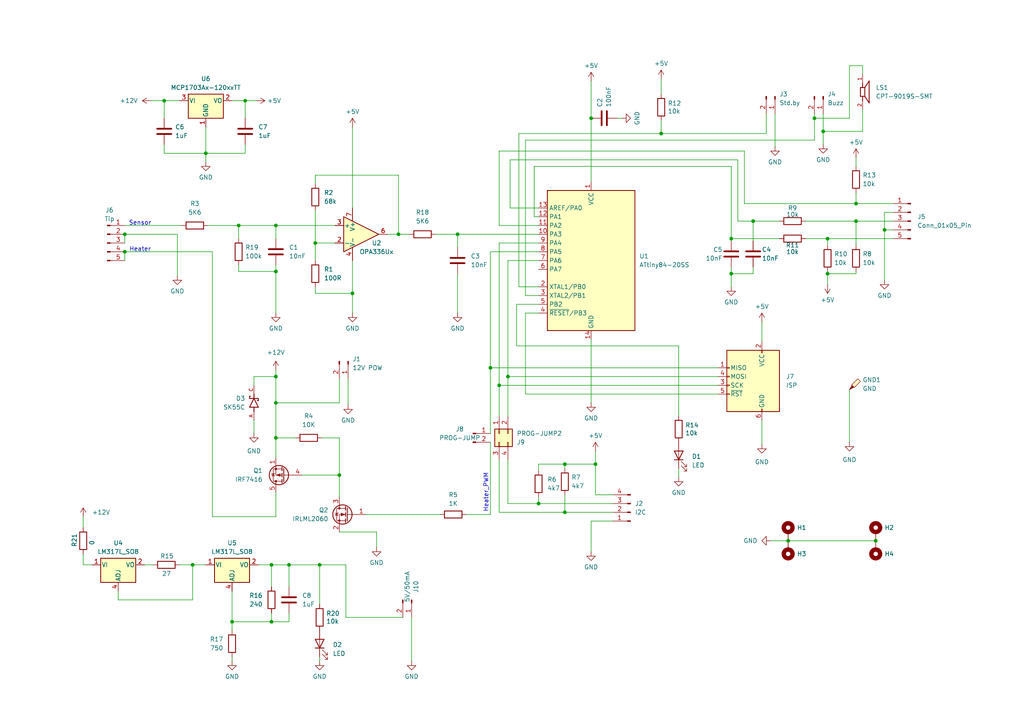
<source format=kicad_sch>
(kicad_sch (version 20231120) (generator "eeschema") (generator_version "8.0")
  (paper "A4")
  (lib_symbols
    (symbol "Amplifier_Operational:OPA336Ux" (pin_names (offset 0.127))
      (property "Reference" "U" (at 0 6.35 0))
      (property "Value" "OPA336Ux" (at 0 3.81 0))
      (symbol "OPA336Ux_1_1"
        (pin no_connect line (at -2.54 2.54 270) (length 2.54) hide (name "NC") (number "1"))
        (pin input line (at -7.62 -2.54 0) (length 2.54) (name "-") (number "2"))
        (pin input line (at -7.62 2.54 0) (length 2.54) (name "+") (number "3"))
        (pin power_in line (at -2.54 -7.62 90) (length 3.81) (name "V-") (number "4"))
        (pin no_connect line (at 0 2.54 270) (length 2.54) hide (name "NC") (number "5"))
        (pin output line (at 7.62 0 180) (length 2.54) (name "~") (number "6"))
        (pin power_in line (at -2.54 7.62 270) (length 3.81) (name "V+") (number "7"))
        (pin no_connect line (at 0 -2.54 90) (length 2.54) hide (name "NC") (number "8"))
      )
    )
    (symbol "Connector:AVR-ISP-6" (pin_names (offset 1.016))
      (property "Reference" "J" (at -6.35 11.43 0))
      (property "Value" "AVR-ISP-6" (at 0 11.43 0))
      (symbol "AVR-ISP-6_1_1"
        (pin passive line (at 10.16 5.08 180) (length 2.54) (name "MISO") (number "1"))
        (pin passive line (at -2.54 12.7 270) (length 2.54) (name "VCC") (number "2"))
        (pin passive line (at 10.16 0 180) (length 2.54) (name "SCK") (number "3"))
        (pin passive line (at 10.16 2.54 180) (length 2.54) (name "MOSI") (number "4"))
        (pin passive line (at 10.16 -2.54 180) (length 2.54) (name "~{RST}") (number "5"))
        (pin passive line (at -2.54 -10.16 90) (length 2.54) (name "GND") (number "6"))
      )
    )
    (symbol "Connector:Conn_01x02_Pin" (pin_names (offset 1.016) hide)
      (property "Reference" "J" (at 0 2.54 0))
      (property "Value" "Conn_01x02_Pin" (at 0 -5.08 0))
      (symbol "Conn_01x02_Pin_1_1"
        (pin passive line (at 5.08 0 180) (length 3.81) (name "Pin_1") (number "1"))
        (pin passive line (at 5.08 -2.54 180) (length 3.81) (name "Pin_2") (number "2"))
      )
    )
    (symbol "Connector:Conn_01x04_Pin" (pin_names (offset 1.016) hide)
      (property "Reference" "J" (at 0 5.08 0))
      (property "Value" "Conn_01x04_Pin" (at 0 -7.62 0))
      (symbol "Conn_01x04_Pin_1_1"
        (pin passive line (at 5.08 2.54 180) (length 3.81) (name "Pin_1") (number "1"))
        (pin passive line (at 5.08 0 180) (length 3.81) (name "Pin_2") (number "2"))
        (pin passive line (at 5.08 -2.54 180) (length 3.81) (name "Pin_3") (number "3"))
        (pin passive line (at 5.08 -5.08 180) (length 3.81) (name "Pin_4") (number "4"))
      )
    )
    (symbol "Connector:Conn_01x05_Pin" (pin_names (offset 1.016) hide)
      (property "Reference" "J" (at 0 7.62 0))
      (property "Value" "Conn_01x05_Pin" (at 0 -7.62 0))
      (symbol "Conn_01x05_Pin_1_1"
        (pin passive line (at 5.08 5.08 180) (length 3.81) (name "Pin_1") (number "1"))
        (pin passive line (at 5.08 2.54 180) (length 3.81) (name "Pin_2") (number "2"))
        (pin passive line (at 5.08 0 180) (length 3.81) (name "Pin_3") (number "3"))
        (pin passive line (at 5.08 -2.54 180) (length 3.81) (name "Pin_4") (number "4"))
        (pin passive line (at 5.08 -5.08 180) (length 3.81) (name "Pin_5") (number "5"))
      )
    )
    (symbol "Connector:TestPoint_Probe" (pin_numbers hide) (pin_names (offset 0.762) hide)
      (property "Reference" "TP" (at 1.651 5.842 0))
      (property "Value" "TestPoint_Probe" (at 1.651 4.064 0))
      (symbol "TestPoint_Probe_1_1"
        (pin passive line (at 0 0 90) (length 0) (name "1") (number "1"))
      )
    )
    (symbol "Connector_Generic:Conn_02x02_Top_Bottom" (pin_names (offset 1.016) hide)
      (property "Reference" "J" (at 1.27 2.54 0))
      (property "Value" "Conn_02x02_Top_Bottom" (at 1.27 -5.08 0))
      (symbol "Conn_02x02_Top_Bottom_1_1"
        (pin passive line (at -5.08 0 0) (length 3.81) (name "Pin_1") (number "1"))
        (pin passive line (at -5.08 -2.54 0) (length 3.81) (name "Pin_2") (number "2"))
        (pin passive line (at 7.62 0 180) (length 3.81) (name "Pin_3") (number "3"))
        (pin passive line (at 7.62 -2.54 180) (length 3.81) (name "Pin_4") (number "4"))
      )
    )
    (symbol "Device:C" (pin_numbers hide) (pin_names (offset 0.254))
      (property "Reference" "C" (at 0.635 2.54 0))
      (property "Value" "C" (at 0.635 -2.54 0))
      (symbol "C_1_1"
        (pin passive line (at 0 3.81 270) (length 2.794) (name "~") (number "1"))
        (pin passive line (at 0 -3.81 90) (length 2.794) (name "~") (number "2"))
      )
    )
    (symbol "Device:LED" (pin_numbers hide) (pin_names (offset 1.016) hide)
      (property "Reference" "D" (at 0 2.54 0))
      (property "Value" "LED" (at 0 -2.54 0))
      (symbol "LED_1_1"
        (pin passive line (at -3.81 0 0) (length 2.54) (name "K") (number "1"))
        (pin passive line (at 3.81 0 180) (length 2.54) (name "A") (number "2"))
      )
    )
    (symbol "Device:R" (pin_numbers hide) (pin_names (offset 0))
      (property "Reference" "R" (at 2.032 0 90))
      (property "Value" "R" (at 0 0 90))
      (symbol "R_1_1"
        (pin passive line (at 0 3.81 270) (length 1.27) (name "~") (number "1"))
        (pin passive line (at 0 -3.81 90) (length 1.27) (name "~") (number "2"))
      )
    )
    (symbol "MCU_Microchip_ATtiny:ATtiny84-20SS"
      (property "Reference" "U" (at -12.7 21.59 0))
      (property "Value" "ATtiny84-20SS" (at 2.54 -21.59 0))
      (symbol "ATtiny84-20SS_1_1"
        (pin power_in line (at 0 22.86 270) (length 2.54) (name "VCC") (number "1"))
        (pin bidirectional line (at 15.24 7.62 180) (length 2.54) (name "PA3") (number "10"))
        (pin bidirectional line (at 15.24 10.16 180) (length 2.54) (name "PA2") (number "11"))
        (pin bidirectional line (at 15.24 12.7 180) (length 2.54) (name "PA1") (number "12"))
        (pin bidirectional line (at 15.24 15.24 180) (length 2.54) (name "AREF/PA0") (number "13"))
        (pin power_in line (at 0 -22.86 90) (length 2.54) (name "GND") (number "14"))
        (pin bidirectional line (at 15.24 -7.62 180) (length 2.54) (name "XTAL1/PB0") (number "2"))
        (pin bidirectional line (at 15.24 -10.16 180) (length 2.54) (name "XTAL2/PB1") (number "3"))
        (pin bidirectional line (at 15.24 -15.24 180) (length 2.54) (name "~{RESET}/PB3") (number "4"))
        (pin bidirectional line (at 15.24 -12.7 180) (length 2.54) (name "PB2") (number "5"))
        (pin bidirectional line (at 15.24 -2.54 180) (length 2.54) (name "PA7") (number "6"))
        (pin bidirectional line (at 15.24 0 180) (length 2.54) (name "PA6") (number "7"))
        (pin bidirectional line (at 15.24 2.54 180) (length 2.54) (name "PA5") (number "8"))
        (pin bidirectional line (at 15.24 5.08 180) (length 2.54) (name "PA4") (number "9"))
      )
    )
    (symbol "Mechanical:MountingHole_Pad" (pin_numbers hide) (pin_names (offset 1.016) hide) (exclude_from_sim yes) (in_bom no)
      (property "Reference" "H" (at 0 6.35 0))
      (property "Value" "MountingHole_Pad" (at 0 4.445 0))
      (symbol "MountingHole_Pad_1_1"
        (pin input line (at 0 -2.54 90) (length 2.54) (name "1") (number "1"))
      )
    )
    (symbol "OE9SAU:CPT-9019S-SMT" (pin_names (offset 1.016))
      (property "Reference" "LS" (at -3.8155 8.9029 0))
      (property "Value" "CPT-9019S-SMT" (at -3.8151 -11.4452 0))
      (symbol "CPT-9019S-SMT_0_0"
        (pin passive line (at 0 5.08 270) (length 2.54) (name "~") (number "1"))
        (pin passive line (at 0 -5.08 90) (length 2.54) (name "~") (number "2"))
      )
    )
    (symbol "Regulator_Linear:LM317L_SO8" (pin_names (offset 0.254))
      (property "Reference" "U" (at -3.81 3.175 0))
      (property "Value" "LM317L_SO8" (at 0 3.175 0))
      (symbol "LM317L_SO8_1_1"
        (pin power_in line (at -7.62 0 0) (length 2.54) (name "VI") (number "1"))
        (pin power_out line (at 7.62 0 180) (length 2.54) (name "VO") (number "2"))
        (pin passive line (at 7.62 0 180) (length 2.54) hide (name "VO") (number "3"))
        (pin input line (at 0 -7.62 90) (length 2.54) (name "ADJ") (number "4"))
        (pin no_connect line (at -5.08 -2.54 0) (length 2.54) hide (name "NC") (number "5"))
        (pin passive line (at 7.62 0 180) (length 2.54) hide (name "VO") (number "6"))
        (pin passive line (at 7.62 0 180) (length 2.54) hide (name "VO") (number "7"))
        (pin no_connect line (at 5.08 -2.54 180) (length 2.54) hide (name "NC") (number "8"))
      )
    )
    (symbol "Regulator_Linear:MCP1703Ax-120xxTT" (pin_names (offset 0.254))
      (property "Reference" "U" (at -3.81 3.175 0))
      (property "Value" "MCP1703Ax-120xxTT" (at 0 3.175 0))
      (symbol "MCP1703Ax-120xxTT_1_1"
        (pin power_in line (at 0 -7.62 90) (length 2.54) (name "GND") (number "1"))
        (pin power_out line (at 7.62 0 180) (length 2.54) (name "VO") (number "2"))
        (pin power_in line (at -7.62 0 0) (length 2.54) (name "VI") (number "3"))
      )
    )
    (symbol "SK55C:SK55C" (pin_names (offset 1.016))
      (property "Reference" "D" (at -5.08 2.54 0))
      (property "Value" "SK55C" (at -5.08 -3.81 0))
      (symbol "SK55C_0_0"
        (pin passive line (at -5.08 0 0) (length 2.54) (name "~") (number "A"))
        (pin passive line (at 5.08 0 180) (length 2.54) (name "~") (number "C"))
      )
    )
    (symbol "Transistor_FET:IRF7404" (pin_names hide)
      (property "Reference" "Q" (at 5.08 1.905 0))
      (property "Value" "IRF7404" (at 5.08 0 0))
      (symbol "IRF7404_1_1"
        (pin passive line (at 2.54 -5.08 90) (length 2.54) (name "S") (number "1"))
        (pin passive line (at 2.54 -5.08 90) (length 2.54) hide (name "S") (number "2"))
        (pin passive line (at 2.54 -5.08 90) (length 2.54) hide (name "S") (number "3"))
        (pin passive line (at -5.08 0 0) (length 2.54) (name "G") (number "4"))
        (pin passive line (at 2.54 5.08 270) (length 2.54) (name "D") (number "5"))
        (pin passive line (at 2.54 5.08 270) (length 2.54) hide (name "D") (number "6"))
        (pin passive line (at 2.54 5.08 270) (length 2.54) hide (name "D") (number "7"))
        (pin passive line (at 2.54 5.08 270) (length 2.54) hide (name "D") (number "8"))
      )
    )
    (symbol "Transistor_FET:IRLML2060" (pin_names hide)
      (property "Reference" "Q" (at 5.08 1.905 0))
      (property "Value" "IRLML2060" (at 5.08 0 0))
      (symbol "IRLML2060_1_1"
        (pin input line (at -5.08 0 0) (length 2.54) (name "G") (number "1"))
        (pin passive line (at 2.54 -5.08 90) (length 2.54) (name "S") (number "2"))
        (pin passive line (at 2.54 5.08 270) (length 2.54) (name "D") (number "3"))
      )
    )
    (symbol "power:+12V" (power) (pin_numbers hide) (pin_names (offset 0) hide)
      (property "Value" "+12V" (at 0 3.556 0))
      (symbol "+12V_1_1"
        (pin power_in line (at 0 0 90) (length 0) (name "~") (number "1"))
      )
    )
    (symbol "power:+5V" (power) (pin_numbers hide) (pin_names (offset 0) hide)
      (property "Value" "+5V" (at 0 3.556 0))
      (symbol "+5V_1_1"
        (pin power_in line (at 0 0 90) (length 0) (name "~") (number "1"))
      )
    )
    (symbol "power:GND" (power) (pin_numbers hide) (pin_names (offset 0) hide)
      (property "Value" "GND" (at 0 -3.81 0))
      (symbol "GND_1_1"
        (pin power_in line (at 0 0 270) (length 0) (name "~") (number "1"))
      )
    )
  )
  (junction (at 80.01 109.22))
  (junction (at 36.195 73.025))
  (junction (at 236.22 34.29))
  (junction (at 80.01 116.84))
  (junction (at 47.625 29.21))
  (junction (at 98.425 137.795))
  (junction (at 163.83 134.62))
  (junction (at 191.77 38.735))
  (junction (at 91.44 70.485))
  (junction (at 172.72 134.62))
  (junction (at 240.03 79.375))
  (junction (at 83.82 163.83))
  (junction (at 171.45 34.29))
  (junction (at 238.76 38.1))
  (junction (at 80.01 127))
  (junction (at 248.285 59.055))
  (junction (at 132.715 67.945))
  (junction (at 212.09 79.375))
  (junction (at 254 156.845))
  (junction (at 228.6 156.845))
  (junction (at 55.88 163.83))
  (junction (at 256.54 66.675))
  (junction (at 71.12 29.21))
  (junction (at 67.31 180.34))
  (junction (at 212.09 69.215))
  (junction (at 142.24 106.68))
  (junction (at 144.78 111.76))
  (junction (at 36.195 67.945))
  (junction (at 115.57 67.945))
  (junction (at 80.01 65.405))
  (junction (at 78.74 180.34))
  (junction (at 102.235 85.09))
  (junction (at 248.285 64.135))
  (junction (at 240.03 69.215))
  (junction (at 163.83 148.59))
  (junction (at 80.01 78.74))
  (junction (at 59.69 44.45))
  (junction (at 69.215 65.405))
  (junction (at 147.32 109.22))
  (junction (at 78.74 163.83))
  (junction (at 92.71 163.83))
  (junction (at 218.44 64.135))
  (junction (at 156.21 146.05))
  (wire (pts (xy 147.32 146.05) (xy 156.21 146.05)))
  (wire (pts (xy 41.91 163.83) (xy 44.45 163.83)))
  (wire (pts (xy 144.78 133.35) (xy 144.78 148.59)))
  (wire (pts (xy 240.03 69.215) (xy 233.68 69.215)))
  (wire (pts (xy 51.435 67.945) (xy 51.435 80.01)))
  (wire (pts (xy 218.44 79.375) (xy 212.09 79.375)))
  (wire (pts (xy 238.76 33.02) (xy 238.76 38.1)))
  (wire (pts (xy 85.725 127) (xy 80.01 127)))
  (wire (pts (xy 226.06 69.215) (xy 212.09 69.215)))
  (wire (pts (xy 115.57 67.945) (xy 118.745 67.945)))
  (wire (pts (xy 67.31 190.5) (xy 67.31 191.77)))
  (wire (pts (xy 208.28 114.3) (xy 152.4 114.3)))
  (wire (pts (xy 98.425 109.855) (xy 98.425 116.84)))
  (wire (pts (xy 246.38 19.05) (xy 250.19 19.05)))
  (wire (pts (xy 228.6 156.845) (xy 254 156.845)))
  (wire (pts (xy 69.215 76.835) (xy 69.215 78.74)))
  (wire (pts (xy 218.44 77.47) (xy 218.44 79.375)))
  (wire (pts (xy 36.195 67.945) (xy 36.195 70.485)))
  (wire (pts (xy 179.07 34.29) (xy 180.34 34.29)))
  (wire (pts (xy 191.77 34.925) (xy 191.77 38.735)))
  (wire (pts (xy 132.715 67.945) (xy 132.715 71.755)))
  (wire (pts (xy 144.78 70.485) (xy 156.21 70.485)))
  (wire (pts (xy 236.22 34.29) (xy 236.22 40.64)))
  (wire (pts (xy 256.54 66.675) (xy 256.54 81.28)))
  (wire (pts (xy 171.45 151.13) (xy 171.45 160.02)))
  (wire (pts (xy 147.32 75.565) (xy 156.21 75.565)))
  (wire (pts (xy 246.38 113.03) (xy 246.38 128.27)))
  (wire (pts (xy 218.44 69.85) (xy 218.44 64.135)))
  (wire (pts (xy 47.625 41.91) (xy 47.625 44.45)))
  (wire (pts (xy 61.595 149.86) (xy 80.01 149.86)))
  (wire (pts (xy 156.21 134.62) (xy 163.83 134.62)))
  (wire (pts (xy 215.9 43.815) (xy 215.9 59.055)))
  (wire (pts (xy 98.425 116.84) (xy 80.01 116.84)))
  (wire (pts (xy 36.195 73.025) (xy 61.595 73.025)))
  (wire (pts (xy 156.21 144.145) (xy 156.21 146.05)))
  (wire (pts (xy 24.13 160.655) (xy 24.13 163.83)))
  (wire (pts (xy 142.24 73.025) (xy 142.24 106.68)))
  (wire (pts (xy 80.01 116.84) (xy 80.01 127)))
  (wire (pts (xy 71.12 41.91) (xy 71.12 44.45)))
  (wire (pts (xy 67.31 29.21) (xy 71.12 29.21)))
  (wire (pts (xy 92.71 163.83) (xy 92.71 175.26)))
  (wire (pts (xy 80.01 127) (xy 80.01 132.715)))
  (wire (pts (xy 100.965 109.855) (xy 100.965 117.475)))
  (wire (pts (xy 213.995 64.135) (xy 218.44 64.135)))
  (wire (pts (xy 43.815 29.21) (xy 47.625 29.21)))
  (wire (pts (xy 240.03 79.375) (xy 248.285 79.375)))
  (wire (pts (xy 91.44 50.8) (xy 115.57 50.8)))
  (wire (pts (xy 163.83 134.62) (xy 172.72 134.62)))
  (wire (pts (xy 236.22 34.29) (xy 246.38 34.29)))
  (wire (pts (xy 144.78 65.405) (xy 144.78 43.815)))
  (wire (pts (xy 196.85 135.89) (xy 196.85 138.43)))
  (wire (pts (xy 59.69 36.83) (xy 59.69 44.45)))
  (wire (pts (xy 248.285 64.135) (xy 259.08 64.135)))
  (wire (pts (xy 163.83 134.62) (xy 163.83 135.89)))
  (wire (pts (xy 163.83 148.59) (xy 177.8 148.59)))
  (wire (pts (xy 154.94 48.26) (xy 212.09 48.26)))
  (wire (pts (xy 256.54 61.595) (xy 256.54 66.675)))
  (wire (pts (xy 191.77 22.86) (xy 191.77 27.305)))
  (wire (pts (xy 156.21 62.865) (xy 154.94 62.865)))
  (wire (pts (xy 156.21 83.185) (xy 150.495 83.185)))
  (wire (pts (xy 149.86 100.33) (xy 196.85 100.33)))
  (wire (pts (xy 147.955 60.325) (xy 156.21 60.325)))
  (wire (pts (xy 83.82 163.83) (xy 83.82 170.18)))
  (wire (pts (xy 80.01 149.86) (xy 80.01 142.875)))
  (wire (pts (xy 80.01 65.405) (xy 97.155 65.405)))
  (wire (pts (xy 248.285 55.88) (xy 248.285 59.055)))
  (wire (pts (xy 78.74 163.83) (xy 83.82 163.83)))
  (wire (pts (xy 102.235 75.565) (xy 102.235 85.09)))
  (wire (pts (xy 224.79 33.02) (xy 224.79 42.545)))
  (wire (pts (xy 98.425 137.795) (xy 98.425 144.145)))
  (wire (pts (xy 246.38 34.29) (xy 246.38 19.05)))
  (wire (pts (xy 119.38 179.07) (xy 119.38 191.77)))
  (wire (pts (xy 83.82 177.8) (xy 83.82 180.34)))
  (wire (pts (xy 220.98 93.345) (xy 220.98 99.06)))
  (wire (pts (xy 156.21 136.525) (xy 156.21 134.62)))
  (wire (pts (xy 222.25 38.735) (xy 222.25 33.02)))
  (wire (pts (xy 80.01 107.315) (xy 80.01 109.22)))
  (wire (pts (xy 142.24 106.68) (xy 142.24 125.73)))
  (wire (pts (xy 98.425 137.795) (xy 98.425 127)))
  (wire (pts (xy 34.29 171.45) (xy 34.29 173.99)))
  (wire (pts (xy 233.68 64.135) (xy 248.285 64.135)))
  (wire (pts (xy 36.195 65.405) (xy 52.705 65.405)))
  (wire (pts (xy 147.32 133.35) (xy 147.32 146.05)))
  (wire (pts (xy 142.24 128.27) (xy 142.24 149.225)))
  (wire (pts (xy 47.625 29.21) (xy 52.07 29.21)))
  (wire (pts (xy 218.44 64.135) (xy 226.06 64.135)))
  (wire (pts (xy 52.07 163.83) (xy 55.88 163.83)))
  (wire (pts (xy 152.4 40.64) (xy 236.22 40.64)))
  (wire (pts (xy 236.22 33.02) (xy 236.22 34.29)))
  (wire (pts (xy 147.32 109.22) (xy 208.28 109.22)))
  (wire (pts (xy 256.54 61.595) (xy 259.08 61.595)))
  (wire (pts (xy 47.625 44.45) (xy 59.69 44.45)))
  (wire (pts (xy 80.01 109.22) (xy 80.01 116.84)))
  (wire (pts (xy 83.82 180.34) (xy 78.74 180.34)))
  (wire (pts (xy 144.78 65.405) (xy 156.21 65.405)))
  (wire (pts (xy 248.285 45.72) (xy 248.285 48.26)))
  (wire (pts (xy 59.69 44.45) (xy 59.69 46.99)))
  (wire (pts (xy 250.19 31.75) (xy 250.19 38.1)))
  (wire (pts (xy 238.76 38.1) (xy 250.19 38.1)))
  (wire (pts (xy 67.31 180.34) (xy 67.31 182.88)))
  (wire (pts (xy 171.45 98.425) (xy 171.45 116.84)))
  (wire (pts (xy 152.4 90.805) (xy 152.4 114.3)))
  (wire (pts (xy 102.235 85.09) (xy 102.235 90.805)))
  (wire (pts (xy 67.31 171.45) (xy 67.31 180.34)))
  (wire (pts (xy 213.995 46.355) (xy 213.995 64.135)))
  (wire (pts (xy 92.71 163.83) (xy 100.33 163.83)))
  (wire (pts (xy 171.45 34.29) (xy 171.45 52.705)))
  (wire (pts (xy 71.12 29.21) (xy 71.12 34.29)))
  (wire (pts (xy 142.24 106.68) (xy 208.28 106.68)))
  (wire (pts (xy 55.88 163.83) (xy 55.88 173.99)))
  (wire (pts (xy 156.21 146.05) (xy 177.8 146.05)))
  (wire (pts (xy 240.03 69.215) (xy 259.08 69.215)))
  (wire (pts (xy 240.03 79.375) (xy 240.03 82.55)))
  (wire (pts (xy 238.76 38.1) (xy 238.76 41.91)))
  (wire (pts (xy 172.72 130.81) (xy 172.72 134.62)))
  (wire (pts (xy 47.625 29.21) (xy 47.625 34.29)))
  (wire (pts (xy 24.13 149.86) (xy 24.13 153.035)))
  (wire (pts (xy 213.995 46.355) (xy 147.955 46.355)))
  (wire (pts (xy 248.285 59.055) (xy 259.08 59.055)))
  (wire (pts (xy 152.4 40.64) (xy 152.4 85.725)))
  (wire (pts (xy 55.88 173.99) (xy 34.29 173.99)))
  (wire (pts (xy 172.72 134.62) (xy 172.72 143.51)))
  (wire (pts (xy 115.57 50.8) (xy 115.57 67.945)))
  (wire (pts (xy 73.66 109.22) (xy 80.01 109.22)))
  (wire (pts (xy 248.285 64.135) (xy 248.285 71.12)))
  (wire (pts (xy 87.63 137.795) (xy 98.425 137.795)))
  (wire (pts (xy 132.715 67.945) (xy 156.21 67.945)))
  (wire (pts (xy 112.395 67.945) (xy 115.57 67.945)))
  (wire (pts (xy 69.215 78.74) (xy 80.01 78.74)))
  (wire (pts (xy 212.09 79.375) (xy 212.09 83.185)))
  (wire (pts (xy 100.33 163.83) (xy 100.33 179.07)))
  (wire (pts (xy 154.94 62.865) (xy 154.94 48.26)))
  (wire (pts (xy 212.09 69.215) (xy 212.09 48.26)))
  (wire (pts (xy 69.215 65.405) (xy 80.01 65.405)))
  (wire (pts (xy 212.09 69.215) (xy 212.09 69.85)))
  (wire (pts (xy 109.22 154.305) (xy 98.425 154.305)))
  (wire (pts (xy 106.045 149.225) (xy 127.635 149.225)))
  (wire (pts (xy 69.215 65.405) (xy 69.215 69.215)))
  (wire (pts (xy 156.21 85.725) (xy 152.4 85.725)))
  (wire (pts (xy 73.66 111.76) (xy 73.66 109.22)))
  (wire (pts (xy 250.19 19.05) (xy 250.19 21.59)))
  (wire (pts (xy 150.495 83.185) (xy 150.495 38.735)))
  (wire (pts (xy 91.44 70.485) (xy 97.155 70.485)))
  (wire (pts (xy 240.03 69.215) (xy 240.03 71.12)))
  (wire (pts (xy 191.77 38.735) (xy 222.25 38.735)))
  (wire (pts (xy 91.44 70.485) (xy 91.44 75.565)))
  (wire (pts (xy 36.195 73.025) (xy 36.195 75.565)))
  (wire (pts (xy 144.78 111.76) (xy 208.28 111.76)))
  (wire (pts (xy 142.24 73.025) (xy 156.21 73.025)))
  (wire (pts (xy 149.86 88.265) (xy 149.86 100.33)))
  (wire (pts (xy 212.09 77.47) (xy 212.09 79.375)))
  (wire (pts (xy 91.44 85.09) (xy 102.235 85.09)))
  (wire (pts (xy 150.495 38.735) (xy 191.77 38.735)))
  (wire (pts (xy 71.12 29.21) (xy 74.295 29.21)))
  (wire (pts (xy 36.195 67.945) (xy 51.435 67.945)))
  (wire (pts (xy 147.32 109.22) (xy 147.32 120.65)))
  (wire (pts (xy 163.83 143.51) (xy 163.83 148.59)))
  (wire (pts (xy 171.45 23.495) (xy 171.45 34.29)))
  (wire (pts (xy 55.88 163.83) (xy 59.69 163.83)))
  (wire (pts (xy 196.85 100.33) (xy 196.85 120.65)))
  (wire (pts (xy 100.33 179.07) (xy 116.84 179.07)))
  (wire (pts (xy 80.01 78.74) (xy 80.01 90.805)))
  (wire (pts (xy 147.955 46.355) (xy 147.955 60.325)))
  (wire (pts (xy 80.01 65.405) (xy 80.01 69.215)))
  (wire (pts (xy 78.74 163.83) (xy 78.74 170.18)))
  (wire (pts (xy 60.325 65.405) (xy 69.215 65.405)))
  (wire (pts (xy 74.93 163.83) (xy 78.74 163.83)))
  (wire (pts (xy 61.595 73.025) (xy 61.595 149.86)))
  (wire (pts (xy 24.13 163.83) (xy 26.67 163.83)))
  (wire (pts (xy 71.12 44.45) (xy 59.69 44.45)))
  (wire (pts (xy 98.425 127) (xy 93.345 127)))
  (wire (pts (xy 78.74 177.8) (xy 78.74 180.34)))
  (wire (pts (xy 220.98 121.92) (xy 220.98 128.905)))
  (wire (pts (xy 80.01 76.835) (xy 80.01 78.74)))
  (wire (pts (xy 126.365 67.945) (xy 132.715 67.945)))
  (wire (pts (xy 240.03 78.74) (xy 240.03 79.375)))
  (wire (pts (xy 91.44 60.96) (xy 91.44 70.485)))
  (wire (pts (xy 144.78 148.59) (xy 163.83 148.59)))
  (wire (pts (xy 102.235 36.83) (xy 102.235 60.325)))
  (wire (pts (xy 177.8 151.13) (xy 171.45 151.13)))
  (wire (pts (xy 147.32 75.565) (xy 147.32 109.22)))
  (wire (pts (xy 135.255 149.225) (xy 142.24 149.225)))
  (wire (pts (xy 223.52 156.845) (xy 228.6 156.845)))
  (wire (pts (xy 172.72 143.51) (xy 177.8 143.51)))
  (wire (pts (xy 132.715 79.375) (xy 132.715 90.805)))
  (wire (pts (xy 91.44 83.185) (xy 91.44 85.09)))
  (wire (pts (xy 83.82 163.83) (xy 92.71 163.83)))
  (wire (pts (xy 91.44 53.34) (xy 91.44 50.8)))
  (wire (pts (xy 215.9 59.055) (xy 248.285 59.055)))
  (wire (pts (xy 144.78 43.815) (xy 215.9 43.815)))
  (wire (pts (xy 144.78 70.485) (xy 144.78 111.76)))
  (wire (pts (xy 149.86 88.265) (xy 156.21 88.265)))
  (wire (pts (xy 156.21 90.805) (xy 152.4 90.805)))
  (wire (pts (xy 248.285 79.375) (xy 248.285 78.74)))
  (wire (pts (xy 92.71 190.5) (xy 92.71 191.77)))
  (wire (pts (xy 67.31 180.34) (xy 78.74 180.34)))
  (wire (pts (xy 144.78 111.76) (xy 144.78 120.65)))
  (wire (pts (xy 73.66 121.92) (xy 73.66 125.73)))
  (wire (pts (xy 256.54 66.675) (xy 259.08 66.675)))
  (wire (pts (xy 109.22 154.305) (xy 109.22 158.75)))
  (text_box "Pin Port  Nr.     Type    Verbinden mit\n1                 Vcc     +5V\n2   PB0    10    DIN10   STANDBY\n3   PB1    9              PIEZO\n5   PB2	  8              LOGO LED \n13  PA0    0     DIN0    ROTARY_A\n12  PA1    1     DIN1    ROTARY_B\n11  PA2    2     DIN2    ROTARY_PUSH\n10  PA3    A3    ADC3    TEMP_SENSOR\n7   PA6    4     SDA     I2C/SDA\n8   PA5    5     OC1B    HEAT\n9   PA4    6     SCL     I2C/SCL\n14                GND     Ground" (at 297.18 0 0) (size 104.775 66.04) (effects (font (size 3 3)) (justify left top)))
  (text "Heater" (at 40.64 72.39 0) (effects (font (size 1.27 1.27))))
  (text "Sensor" (at 40.64 64.77 0) (effects (font (size 1.27 1.27))))
  (text "Heater_PWM" (at 140.97 142.875 90) (effects (font (size 1.27 1.27))))
  (symbol (lib_id "Device:R") (at 240.03 74.93 180) (unit 1)
    (property "Reference" "R10" (at 241.935 73.6599 0) (effects (justify right)))
    (property "Value" "10k" (at 241.935 76.1999 0) (effects (justify right)))
    (property "Footprint" "Resistor_SMD:R_0805_2012Metric_Pad1.20x1.40mm_HandSolder" (effects (hide yes)))
    (property "Description" "Resistor" (effects (hide yes)))
  )
  (symbol (lib_id "Device:R") (at 163.83 139.7 180) (unit 1)
    (property "Reference" "R7" (at 165.735 138.4299 0) (effects (justify right)))
    (property "Value" "4k7" (at 165.735 140.9699 0) (effects (justify right)))
    (property "Footprint" "Resistor_SMD:R_0805_2012Metric_Pad1.20x1.40mm_HandSolder" (effects (hide yes)))
    (property "Description" "Resistor" (effects (hide yes)))
  )
  (symbol (lib_id "power:GND") (at 171.45 116.84 0) (unit 1)
    (property "Reference" "#PWR010" (effects (hide yes)))
    (property "Value" "GND" (at 171.45 121.285 0))
    (property "Description" "Power symbol creates a global label with name \"GND\" , ground" (effects (hide yes)))
  )
  (symbol (lib_id "power:GND") (at 224.79 42.545 0) (unit 1)
    (property "Reference" "#PWR016" (effects (hide yes)))
    (property "Value" "GND" (at 224.79 46.99 0))
    (property "Description" "Power symbol creates a global label with name \"GND\" , ground" (effects (hide yes)))
  )
  (symbol (lib_id "Regulator_Linear:LM317L_SO8") (at 67.31 163.83 0) (unit 1)
    (property "Reference" "U5" (at 67.31 157.48 0))
    (property "Value" "LM317L_SO8" (at 67.31 160.02 0))
    (property "Footprint" "Package_SO:SOIC-8_3.9x4.9mm_P1.27mm" (effects (hide yes)))
    (property "Datasheet" "http://www.ti.com/lit/ds/snvs775k/snvs775k.pdf" (effects (hide yes)))
    (property "Description" "100mA 35V Adjustable Linear Regulator, SO-8" (effects (hide yes)))
  )
  (symbol (lib_id "Mechanical:MountingHole_Pad") (at 254 154.305 0) (unit 1) (exclude_from_sim yes) (in_bom no)
    (property "Reference" "H2" (at 256.54 153.035 0) (effects (justify left)))
    (property "Value" "MountingHole_Pad" (effects (hide yes)))
    (property "Footprint" "MountingHole:MountingHole_2.5mm_Pad" (effects (hide yes)))
    (property "Description" "Mounting Hole with connection" (effects (hide yes)))
  )
  (symbol (lib_id "power:GND") (at 102.235 90.805 0) (unit 1)
    (property "Reference" "#PWR03" (effects (hide yes)))
    (property "Value" "GND" (at 102.235 95.25 0))
    (property "Description" "Power symbol creates a global label with name \"GND\" , ground" (effects (hide yes)))
  )
  (symbol (lib_id "power:+12V") (at 43.815 29.21 90) (unit 1)
    (property "Reference" "#PWR027" (effects (hide yes)))
    (property "Value" "+12V" (at 40.005 29.2099 90) (effects (justify left)))
    (property "Description" "Power symbol creates a global label with name \"+12V\"" (effects (hide yes)))
  )
  (symbol (lib_id "Connector:AVR-ISP-6") (at 218.44 111.76 0) (mirror y) (unit 1)
    (property "Reference" "J7" (at 227.965 109.2199 0) (effects (justify right)))
    (property "Value" "ISP" (at 227.965 111.7599 0) (effects (justify right)))
    (property "Footprint" "Connector_PinHeader_2.54mm:PinHeader_2x03_P2.54mm_Vertical" (effects (hide yes)))
    (property "Description" "Atmel 6-pin ISP connector" (effects (hide yes)))
  )
  (symbol (lib_id "Device:C") (at 71.12 38.1 0) (unit 1)
    (property "Reference" "C7" (at 74.93 36.8299 0) (effects (justify left)))
    (property "Value" "1uF" (at 74.93 39.3699 0) (effects (justify left)))
    (property "Footprint" "Capacitor_SMD:C_0805_2012Metric_Pad1.18x1.45mm_HandSolder" (effects (hide yes)))
    (property "Description" "Unpolarized capacitor" (effects (hide yes)))
  )
  (symbol (lib_id "power:GND") (at 220.98 128.905 0) (unit 1)
    (property "Reference" "#PWR07" (effects (hide yes)))
    (property "Value" "GND" (at 220.98 133.985 0))
    (property "Description" "Power symbol creates a global label with name \"GND\" , ground" (effects (hide yes)))
  )
  (symbol (lib_id "Connector:Conn_01x05_Pin") (at 264.16 64.135 0) (mirror y) (unit 1)
    (property "Reference" "J5" (at 266.065 62.8649 0) (effects (justify right)))
    (property "Value" "Conn_01x05_Pin" (at 266.065 65.4049 0) (effects (justify right)))
    (property "Footprint" "Connector_PinHeader_2.54mm:PinHeader_1x05_P2.54mm_Vertical" (effects (hide yes)))
    (property "Description" "Generic connector, single row, 01x05, script generated" (effects (hide yes)))
  )
  (symbol (lib_id "power:+12V") (at 80.01 107.315 0) (unit 1)
    (property "Reference" "#PWR09" (effects (hide yes)))
    (property "Value" "+12V" (at 80.01 102.235 0))
    (property "Description" "Power symbol creates a global label with name \"+12V\"" (effects (hide yes)))
  )
  (symbol (lib_id "power:GND") (at 59.69 46.99 0) (unit 1)
    (property "Reference" "#PWR029" (effects (hide yes)))
    (property "Value" "GND" (at 59.69 51.435 0))
    (property "Description" "Power symbol creates a global label with name \"GND\" , ground" (effects (hide yes)))
  )
  (symbol (lib_id "power:+5V") (at 102.235 36.83 0) (unit 1)
    (property "Reference" "#PWR04" (effects (hide yes)))
    (property "Value" "+5V" (at 102.235 32.385 0))
    (property "Description" "Power symbol creates a global label with name \"+5V\"" (effects (hide yes)))
  )
  (symbol (lib_id "Connector:Conn_01x02_Pin") (at 238.76 27.94 270) (unit 1)
    (property "Reference" "J4" (at 240.03 27.3049 90) (effects (justify left)))
    (property "Value" "Buzz" (at 240.03 29.8449 90) (effects (justify left)))
    (property "Footprint" "Connector_PinHeader_2.54mm:PinHeader_1x02_P2.54mm_Vertical" (effects (hide yes)))
    (property "Description" "Generic connector, single row, 01x02, script generated" (effects (hide yes)))
  )
  (symbol (lib_id "Device:C") (at 80.01 73.025 0) (unit 1)
    (property "Reference" "C1" (at 83.82 71.7549 0) (effects (justify left)))
    (property "Value" "10nF" (at 83.82 74.2949 0) (effects (justify left)))
    (property "Footprint" "Capacitor_SMD:C_0805_2012Metric_Pad1.18x1.45mm_HandSolder" (effects (hide yes)))
    (property "Description" "Unpolarized capacitor" (effects (hide yes)))
  )
  (symbol (lib_id "power:GND") (at 246.38 128.27 0) (unit 1)
    (property "Reference" "#PWR025" (effects (hide yes)))
    (property "Value" "GND" (at 246.38 133.35 0))
    (property "Description" "Power symbol creates a global label with name \"GND\" , ground" (effects (hide yes)))
  )
  (symbol (lib_id "Device:C") (at 212.09 73.66 0) (mirror x) (unit 1)
    (property "Reference" "C5" (at 209.55 72.39 0) (effects (justify right)))
    (property "Value" "10nF" (at 209.55 74.93 0) (effects (justify right)))
    (property "Footprint" "Capacitor_SMD:C_0805_2012Metric_Pad1.18x1.45mm_HandSolder" (effects (hide yes)))
    (property "Description" "Unpolarized capacitor" (effects (hide yes)))
  )
  (symbol (lib_id "Device:R") (at 92.71 179.07 180) (unit 1)
    (property "Reference" "R20" (at 94.615 177.927 0) (effects (justify right)))
    (property "Value" "10k" (at 94.615 180.213 0) (effects (justify right)))
    (property "Footprint" "Resistor_SMD:R_0805_2012Metric_Pad1.20x1.40mm_HandSolder" (effects (hide yes)))
    (property "Description" "Resistor" (effects (hide yes)))
  )
  (symbol (lib_id "Connector:TestPoint_Probe") (at 246.38 113.03 0) (unit 1)
    (property "Reference" "GND1" (at 250.19 110.1724 0) (effects (justify left)))
    (property "Value" "GND" (at 250.19 112.7124 0) (effects (justify left)))
    (property "Footprint" "TestPoint:TestPoint_Pad_2.0x2.0mm" (effects (hide yes)))
    (property "Description" "test point (alternative probe-style design)" (effects (hide yes)))
  )
  (symbol (lib_id "Device:R") (at 122.555 67.945 90) (unit 1)
    (property "Reference" "R18" (at 122.555 61.595 90))
    (property "Value" "5K6" (at 122.555 64.135 90))
    (property "Footprint" "Resistor_SMD:R_0805_2012Metric_Pad1.20x1.40mm_HandSolder" (effects (hide yes)))
    (property "Description" "Resistor" (effects (hide yes)))
  )
  (symbol (lib_id "power:GND") (at 238.76 41.91 0) (unit 1)
    (property "Reference" "#PWR017" (effects (hide yes)))
    (property "Value" "GND" (at 238.76 46.355 0))
    (property "Description" "Power symbol creates a global label with name \"GND\" , ground" (effects (hide yes)))
  )
  (symbol (lib_id "Regulator_Linear:LM317L_SO8") (at 34.29 163.83 0) (unit 1)
    (property "Reference" "U4" (at 34.29 157.48 0))
    (property "Value" "LM317L_SO8" (at 34.29 160.02 0))
    (property "Footprint" "Package_SO:SOIC-8_3.9x4.9mm_P1.27mm" (effects (hide yes)))
    (property "Datasheet" "http://www.ti.com/lit/ds/snvs775k/snvs775k.pdf" (effects (hide yes)))
    (property "Description" "100mA 35V Adjustable Linear Regulator, SO-8" (effects (hide yes)))
  )
  (symbol (lib_id "power:GND") (at 223.52 156.845 270) (unit 1)
    (property "Reference" "#PWR020" (effects (hide yes)))
    (property "Value" "GND" (at 219.71 156.8449 90) (effects (justify right)))
    (property "Description" "Power symbol creates a global label with name \"GND\" , ground" (effects (hide yes)))
  )
  (symbol (lib_id "power:GND") (at 51.435 80.01 0) (unit 1)
    (property "Reference" "#PWR018" (effects (hide yes)))
    (property "Value" "GND" (at 51.435 84.455 0))
    (property "Description" "Power symbol creates a global label with name \"GND\" , ground" (effects (hide yes)))
  )
  (symbol (lib_id "Device:LED") (at 92.71 186.69 90) (unit 1)
    (property "Reference" "D2" (at 96.52 187.0074 90) (effects (justify right)))
    (property "Value" "LED" (at 96.52 189.5474 90) (effects (justify right)))
    (property "Footprint" "LED_SMD:LED_0805_2012Metric" (effects (hide yes)))
    (property "Description" "Light emitting diode" (effects (hide yes)))
  )
  (symbol (lib_id "power:+12V") (at 24.13 149.86 0) (unit 1)
    (property "Reference" "#PWR031" (effects (hide yes)))
    (property "Value" "+12V" (at 26.67 148.5899 0) (effects (justify left)))
    (property "Description" "Power symbol creates a global label with name \"+12V\"" (effects (hide yes)))
  )
  (symbol (lib_id "Device:C") (at 47.625 38.1 0) (unit 1)
    (property "Reference" "C6" (at 50.8 36.8299 0) (effects (justify left)))
    (property "Value" "1uF" (at 50.8 39.3699 0) (effects (justify left)))
    (property "Footprint" "Capacitor_SMD:C_0805_2012Metric_Pad1.18x1.45mm_HandSolder" (effects (hide yes)))
    (property "Description" "Unpolarized capacitor" (effects (hide yes)))
  )
  (symbol (lib_id "Device:C") (at 175.26 34.29 90) (unit 1)
    (property "Reference" "C2" (at 173.9899 31.115 0) (effects (justify left)))
    (property "Value" "100nF" (at 176.5299 31.115 0) (effects (justify left)))
    (property "Footprint" "Capacitor_SMD:C_0805_2012Metric_Pad1.18x1.45mm_HandSolder" (effects (hide yes)))
    (property "Description" "Unpolarized capacitor" (effects (hide yes)))
  )
  (symbol (lib_id "Mechanical:MountingHole_Pad") (at 228.6 154.305 0) (unit 1) (exclude_from_sim yes) (in_bom no)
    (property "Reference" "H1" (at 231.14 153.035 0) (effects (justify left)))
    (property "Value" "MountingHole_Pad" (effects (hide yes)))
    (property "Footprint" "MountingHole:MountingHole_2.5mm_Pad" (effects (hide yes)))
    (property "Description" "Mounting Hole with connection" (effects (hide yes)))
  )
  (symbol (lib_id "Device:R") (at 229.87 64.135 270) (unit 1)
    (property "Reference" "R9" (at 229.87 60.325 90))
    (property "Value" "10k" (at 229.87 62.23 90))
    (property "Footprint" "Resistor_SMD:R_0805_2012Metric_Pad1.20x1.40mm_HandSolder" (effects (hide yes)))
    (property "Description" "Resistor" (effects (hide yes)))
  )
  (symbol (lib_id "power:GND") (at 80.01 90.805 0) (unit 1)
    (property "Reference" "#PWR06" (effects (hide yes)))
    (property "Value" "GND" (at 80.01 95.25 0))
    (property "Description" "Power symbol creates a global label with name \"GND\" , ground" (effects (hide yes)))
  )
  (symbol (lib_id "Device:R") (at 56.515 65.405 90) (unit 1)
    (property "Reference" "R3" (at 56.515 59.055 90))
    (property "Value" "5K6" (at 56.515 61.595 90))
    (property "Footprint" "Resistor_SMD:R_0805_2012Metric_Pad1.20x1.40mm_HandSolder" (effects (hide yes)))
    (property "Description" "Resistor" (effects (hide yes)))
  )
  (symbol (lib_id "Device:R") (at 229.87 69.215 270) (unit 1)
    (property "Reference" "R11" (at 229.87 71.12 90))
    (property "Value" "10k" (at 229.87 73.025 90))
    (property "Footprint" "Resistor_SMD:R_0805_2012Metric_Pad1.20x1.40mm_HandSolder" (effects (hide yes)))
    (property "Description" "Resistor" (effects (hide yes)))
  )
  (symbol (lib_id "Device:R") (at 156.21 140.335 180) (unit 1)
    (property "Reference" "R6" (at 158.75 139.0649 0) (effects (justify right)))
    (property "Value" "4k7" (at 158.75 141.6049 0) (effects (justify right)))
    (property "Footprint" "Resistor_SMD:R_0805_2012Metric_Pad1.20x1.40mm_HandSolder" (effects (hide yes)))
    (property "Description" "Resistor" (effects (hide yes)))
  )
  (symbol (lib_id "Device:R") (at 131.445 149.225 90) (unit 1)
    (property "Reference" "R5" (at 131.445 143.51 90))
    (property "Value" "1K" (at 131.445 146.05 90))
    (property "Footprint" "Resistor_SMD:R_0805_2012Metric_Pad1.20x1.40mm_HandSolder" (effects (hide yes)))
    (property "Description" "Resistor" (effects (hide yes)))
  )
  (symbol (lib_id "power:GND") (at 132.715 90.805 0) (unit 1)
    (property "Reference" "#PWR05" (effects (hide yes)))
    (property "Value" "GND" (at 132.715 95.25 0))
    (property "Description" "Power symbol creates a global label with name \"GND\" , ground" (effects (hide yes)))
  )
  (symbol (lib_id "Connector_Generic:Conn_02x02_Top_Bottom") (at 144.78 125.73 90) (mirror x) (unit 1)
    (property "Reference" "J9" (at 149.86 128.2701 90) (effects (justify right)))
    (property "Value" "PROG-JUMP2" (at 149.86 125.7301 90) (effects (justify right)))
    (property "Footprint" "Connector_PinHeader_2.54mm:PinHeader_2x02_P2.54mm_Vertical" (effects (hide yes)))
    (property "Description" "Generic connector, double row, 02x02, top/bottom pin numbering scheme (row 1: 1...pins_per_row, row2: pins_per_row+1 ... num_pins), script generated (kicad-library-utils/schlib/autogen/connector/)" (effects (hide yes)))
  )
  (symbol (lib_id "Device:R") (at 196.85 124.46 180) (unit 1)
    (property "Reference" "R14" (at 198.755 123.317 0) (effects (justify right)))
    (property "Value" "10k" (at 198.755 125.603 0) (effects (justify right)))
    (property "Footprint" "Resistor_SMD:R_0805_2012Metric_Pad1.20x1.40mm_HandSolder" (effects (hide yes)))
    (property "Description" "Resistor" (effects (hide yes)))
  )
  (symbol (lib_id "power:+5V") (at 191.77 22.86 0) (unit 1)
    (property "Reference" "#PWR023" (effects (hide yes)))
    (property "Value" "+5V" (at 191.77 18.415 0))
    (property "Description" "Power symbol creates a global label with name \"+5V\"" (effects (hide yes)))
  )
  (symbol (lib_id "Mechanical:MountingHole_Pad") (at 228.6 159.385 180) (unit 1) (exclude_from_sim yes) (in_bom no)
    (property "Reference" "H3" (at 231.14 160.655 0) (effects (justify right)))
    (property "Value" "MountingHole_Pad" (effects (hide yes)))
    (property "Footprint" "MountingHole:MountingHole_2.5mm_Pad" (effects (hide yes)))
    (property "Description" "Mounting Hole with connection" (effects (hide yes)))
  )
  (symbol (lib_id "power:GND") (at 73.66 125.73 0) (unit 1)
    (property "Reference" "#PWR026" (effects (hide yes)))
    (property "Value" "GND" (at 73.66 130.81 0))
    (property "Description" "Power symbol creates a global label with name \"GND\" , ground" (effects (hide yes)))
  )
  (symbol (lib_id "Device:R") (at 248.285 52.07 180) (unit 1)
    (property "Reference" "R13" (at 250.19 50.7999 0) (effects (justify right)))
    (property "Value" "10k" (at 250.19 53.3399 0) (effects (justify right)))
    (property "Footprint" "Resistor_SMD:R_0805_2012Metric_Pad1.20x1.40mm_HandSolder" (effects (hide yes)))
    (property "Description" "Resistor" (effects (hide yes)))
  )
  (symbol (lib_id "Device:R") (at 89.535 127 90) (unit 1)
    (property "Reference" "R4" (at 89.535 120.65 90))
    (property "Value" "10K" (at 89.535 123.19 90))
    (property "Footprint" "Resistor_SMD:R_0805_2012Metric_Pad1.20x1.40mm_HandSolder" (effects (hide yes)))
    (property "Description" "Resistor" (effects (hide yes)))
  )
  (symbol (lib_id "Connector:Conn_01x05_Pin") (at 31.115 70.485 0) (unit 1)
    (property "Reference" "J6" (at 31.75 60.96 0))
    (property "Value" "Tip" (at 31.75 63.5 0))
    (property "Footprint" "Connector_JST:JST_XH_B5B-XH-A_1x05_P2.50mm_Vertical" (effects (hide yes)))
    (property "Description" "Generic connector, single row, 01x05, script generated" (effects (hide yes)))
  )
  (symbol (lib_id "Device:R") (at 24.13 156.845 0) (mirror x) (unit 1)
    (property "Reference" "R21" (at 21.59 158.623 90) (effects (justify right)))
    (property "Value" "0" (at 26.67 158.115 90) (effects (justify right)))
    (property "Footprint" "Resistor_SMD:R_0805_2012Metric_Pad1.20x1.40mm_HandSolder" (effects (hide yes)))
    (property "Description" "Resistor" (effects (hide yes)))
  )
  (symbol (lib_id "power:GND") (at 119.38 191.77 0) (unit 1)
    (property "Reference" "#PWR032" (effects (hide yes)))
    (property "Value" "GND" (at 119.38 196.215 0))
    (property "Description" "Power symbol creates a global label with name \"GND\" , ground" (effects (hide yes)))
  )
  (symbol (lib_id "Regulator_Linear:MCP1703Ax-120xxTT") (at 59.69 29.21 0) (unit 1)
    (property "Reference" "U6" (at 59.69 22.86 0))
    (property "Value" "MCP1703Ax-120xxTT" (at 59.69 25.4 0))
    (property "Footprint" "Package_TO_SOT_SMD:SOT-23_Handsoldering" (effects (hide yes)))
    (property "Datasheet" "http://ww1.microchip.com/downloads/en/DeviceDoc/20005122B.pdf" (effects (hide yes)))
    (property "Description" "Low Quiescent Current LDO Regulator, 1.2V, 250mA, Vin<=16V, SOT-23" (effects (hide yes)))
  )
  (symbol (lib_id "power:GND") (at 100.965 117.475 0) (unit 1)
    (property "Reference" "#PWR013" (effects (hide yes)))
    (property "Value" "GND" (at 100.965 121.92 0))
    (property "Description" "Power symbol creates a global label with name \"GND\" , ground" (effects (hide yes)))
  )
  (symbol (lib_id "SK55C:SK55C") (at 73.66 116.84 90) (unit 1)
    (property "Reference" "D3" (at 71.12 115.5699 90) (effects (justify left)))
    (property "Value" "SK55C" (at 71.12 118.1099 90) (effects (justify left)))
    (property "Footprint" "SK55C:DIO_SK55C" (effects (hide yes)))
    (property "DigiKey_Part_Number" "1801-SK55CTR-ND" (effects (hide yes)))
    (property "SnapEDA_Link" "https://www.snapeda.com/parts/SK55C/taiwan/view-part/?ref=snap" (effects (hide yes)))
    (property "MAXIMUM_PACKAGE_HEIGHT" "2.65mm" (effects (hide yes)))
    (property "Package" "DO-214AB-2 Taiwan Semiconductor" (effects (hide yes)))
    (property "Check_prices" "https://www.snapeda.com/parts/SK55C/taiwan/view-part/?ref=eda" (effects (hide yes)))
    (property "STANDARD" "Manufacturer Recommendations" (effects (hide yes)))
    (property "PARTREV" "S2311" (effects (hide yes)))
    (property "MF" "Taiwan Semiconductor" (effects (hide yes)))
    (property "MP" "SK55C" (effects (hide yes)))
    (property "Description_1" "\n                        \n                            5A, 50V, Schottky Rectifier\n                        \n" (effects (hide yes)))
    (property "MANUFACTURER" "Taiwan Semiconductor" (effects (hide yes)))
  )
  (symbol (lib_id "power:GND") (at 180.34 34.29 90) (unit 1)
    (property "Reference" "#PWR015" (effects (hide yes)))
    (property "Value" "GND" (at 184.785 34.29 0))
    (property "Description" "Power symbol creates a global label with name \"GND\" , ground" (effects (hide yes)))
  )
  (symbol (lib_id "Transistor_FET:IRLML2060") (at 100.965 149.225 0) (mirror y) (unit 1)
    (property "Reference" "Q2" (at 95.25 147.9549 0) (effects (justify left)))
    (property "Value" "IRLML2060" (at 95.25 150.4949 0) (effects (justify left)))
    (property "Footprint" "Package_TO_SOT_SMD:SOT-23" (effects (hide yes)))
    (property "Datasheet" "https://www.infineon.com/dgdl/irlml2060pbf.pdf?fileId=5546d462533600a401535664b7fb25ee" (effects (hide yes)))
    (property "Description" "1.2A Id, 60V Vds, 480mOhm Rds, N-Channel HEXFET Power MOSFET, SOT-23" (effects (hide yes)))
  )
  (symbol (lib_id "Device:R") (at 48.26 163.83 90) (mirror x) (unit 1)
    (property "Reference" "R15" (at 46.482 161.29 90) (effects (justify right)))
    (property "Value" "27" (at 46.99 166.37 90) (effects (justify right)))
    (property "Footprint" "Resistor_SMD:R_0805_2012Metric_Pad1.20x1.40mm_HandSolder" (effects (hide yes)))
    (property "Description" "Resistor" (effects (hide yes)))
  )
  (symbol (lib_id "power:+5V") (at 74.295 29.21 270) (unit 1)
    (property "Reference" "#PWR028" (effects (hide yes)))
    (property "Value" "+5V" (at 77.47 29.2099 90) (effects (justify left)))
    (property "Description" "Power symbol creates a global label with name \"+5V\"" (effects (hide yes)))
  )
  (symbol (lib_id "Connector:Conn_01x02_Pin") (at 119.38 173.99 270) (unit 1)
    (property "Reference" "J10" (at 120.65 170.18 0))
    (property "Value" "5V/50mA" (at 118.11 170.18 0))
    (property "Footprint" "Connector_PinHeader_2.54mm:PinHeader_1x02_P2.54mm_Vertical" (effects (hide yes)))
    (property "Description" "Generic connector, single row, 01x02, script generated" (effects (hide yes)))
  )
  (symbol (lib_id "Device:R") (at 67.31 186.69 0) (mirror x) (unit 1)
    (property "Reference" "R17" (at 64.77 185.4199 0) (effects (justify right)))
    (property "Value" "750" (at 64.77 187.9599 0) (effects (justify right)))
    (property "Footprint" "Resistor_SMD:R_0805_2012Metric_Pad1.20x1.40mm_HandSolder" (effects (hide yes)))
    (property "Description" "Resistor" (effects (hide yes)))
  )
  (symbol (lib_id "Device:R") (at 69.215 73.025 180) (unit 1)
    (property "Reference" "R19" (at 71.12 71.7549 0) (effects (justify right)))
    (property "Value" "100k" (at 71.12 74.2949 0) (effects (justify right)))
    (property "Footprint" "Resistor_SMD:R_0805_2012Metric_Pad1.20x1.40mm_HandSolder" (effects (hide yes)))
    (property "Description" "Resistor" (effects (hide yes)))
  )
  (symbol (lib_id "power:GND") (at 109.22 158.75 0) (unit 1)
    (property "Reference" "#PWR08" (effects (hide yes)))
    (property "Value" "GND" (at 109.22 163.195 0))
    (property "Description" "Power symbol creates a global label with name \"GND\" , ground" (effects (hide yes)))
  )
  (symbol (lib_id "Connector:Conn_01x04_Pin") (at 182.88 148.59 180) (unit 1)
    (property "Reference" "J2" (at 184.15 146.0499 0) (effects (justify right)))
    (property "Value" "I2C" (at 184.15 148.5899 0) (effects (justify right)))
    (property "Footprint" "Connector_PinHeader_2.54mm:PinHeader_1x04_P2.54mm_Vertical" (effects (hide yes)))
    (property "Description" "Generic connector, single row, 01x04, script generated" (effects (hide yes)))
  )
  (symbol (lib_id "Device:LED") (at 196.85 132.08 90) (unit 1)
    (property "Reference" "D1" (at 200.66 132.3974 90) (effects (justify right)))
    (property "Value" "LED" (at 200.66 134.9374 90) (effects (justify right)))
    (property "Footprint" "LED_SMD:LED_0805_2012Metric" (effects (hide yes)))
    (property "Description" "Light emitting diode" (effects (hide yes)))
  )
  (symbol (lib_id "power:GND") (at 256.54 81.28 0) (unit 1)
    (property "Reference" "#PWR02" (effects (hide yes)))
    (property "Value" "GND" (at 256.54 85.725 0))
    (property "Description" "Power symbol creates a global label with name \"GND\" , ground" (effects (hide yes)))
  )
  (symbol (lib_id "Amplifier_Operational:OPA336Ux") (at 104.775 67.945 0) (unit 1)
    (property "Reference" "U2" (at 109.22 70.485 0))
    (property "Value" "OPA336Ux" (at 109.22 73.025 0))
    (property "Footprint" "Package_SO:SO-8_3.9x4.9mm_P1.27mm" (effects (hide yes)))
    (property "Datasheet" "https://www.ti.com/lit/ds/symlink/opa2336.pdf" (effects (hide yes)))
    (property "Description" "100 KHz, microPower CMOS, Op Amps, SO-8" (effects (hide yes)))
  )
  (symbol (lib_id "power:+5V") (at 240.03 82.55 180) (unit 1)
    (property "Reference" "#PWR021" (effects (hide yes)))
    (property "Value" "+5V" (at 240.03 86.995 0))
    (property "Description" "Power symbol creates a global label with name \"+5V\"" (effects (hide yes)))
  )
  (symbol (lib_id "Device:R") (at 191.77 31.115 180) (unit 1)
    (property "Reference" "R12" (at 193.675 29.972 0) (effects (justify right)))
    (property "Value" "10k" (at 193.675 32.258 0) (effects (justify right)))
    (property "Footprint" "Resistor_SMD:R_0805_2012Metric_Pad1.20x1.40mm_HandSolder" (effects (hide yes)))
    (property "Description" "Resistor" (effects (hide yes)))
  )
  (symbol (lib_id "power:+5V") (at 171.45 23.495 0) (unit 1)
    (property "Reference" "#PWR01" (effects (hide yes)))
    (property "Value" "+5V" (at 171.45 19.05 0))
    (property "Description" "Power symbol creates a global label with name \"+5V\"" (effects (hide yes)))
  )
  (symbol (lib_id "power:+5V") (at 248.285 45.72 0) (unit 1)
    (property "Reference" "#PWR024" (effects (hide yes)))
    (property "Value" "+5V" (at 248.285 41.275 0))
    (property "Description" "Power symbol creates a global label with name \"+5V\"" (effects (hide yes)))
  )
  (symbol (lib_id "MCU_Microchip_ATtiny:ATtiny84-20SS") (at 171.45 75.565 0) (mirror y) (unit 1)
    (property "Reference" "U1" (at 185.42 74.2949 0) (effects (justify right)))
    (property "Value" "ATtiny84-20SS" (at 185.42 76.8349 0) (effects (justify right)))
    (property "Footprint" "Package_SO:SOIC-14_3.9x8.7mm_P1.27mm" (effects (hide yes)))
    (property "Datasheet" "http://ww1.microchip.com/downloads/en/DeviceDoc/doc8006.pdf" (effects (hide yes)))
    (property "Description" "20MHz, 8kB Flash, 512B SRAM, 512B EEPROM, debugWIRE, SOIC-14" (effects (hide yes)))
  )
  (symbol (lib_id "Device:R") (at 91.44 79.375 180) (unit 1)
    (property "Reference" "R1" (at 93.98 78.1049 0) (effects (justify right)))
    (property "Value" "100R" (at 93.98 80.6449 0) (effects (justify right)))
    (property "Footprint" "Resistor_SMD:R_0805_2012Metric_Pad1.20x1.40mm_HandSolder" (effects (hide yes)))
    (property "Description" "Resistor" (effects (hide yes)))
  )
  (symbol (lib_id "power:+5V") (at 172.72 130.81 0) (unit 1)
    (property "Reference" "#PWR012" (effects (hide yes)))
    (property "Value" "+5V" (at 172.72 126.365 0))
    (property "Description" "Power symbol creates a global label with name \"+5V\"" (effects (hide yes)))
  )
  (symbol (lib_id "Connector:Conn_01x02_Pin") (at 224.79 27.94 270) (unit 1)
    (property "Reference" "J3" (at 226.06 27.3049 90) (effects (justify left)))
    (property "Value" "Std.by" (at 226.06 29.8449 90) (effects (justify left)))
    (property "Footprint" "Connector_PinHeader_2.54mm:PinHeader_1x02_P2.54mm_Vertical" (effects (hide yes)))
    (property "Description" "Generic connector, single row, 01x02, script generated" (effects (hide yes)))
  )
  (symbol (lib_id "power:GND") (at 212.09 83.185 0) (unit 1)
    (property "Reference" "#PWR022" (effects (hide yes)))
    (property "Value" "GND" (at 212.09 87.63 0))
    (property "Description" "Power symbol creates a global label with name \"GND\" , ground" (effects (hide yes)))
  )
  (symbol (lib_id "Device:C") (at 218.44 73.66 0) (unit 1)
    (property "Reference" "C4" (at 220.98 72.39 0) (effects (justify left)))
    (property "Value" "10nF" (at 220.98 74.93 0) (effects (justify left)))
    (property "Footprint" "Capacitor_SMD:C_0805_2012Metric_Pad1.18x1.45mm_HandSolder" (effects (hide yes)))
    (property "Description" "Unpolarized capacitor" (effects (hide yes)))
  )
  (symbol (lib_id "OE9SAU:CPT-9019S-SMT") (at 250.19 26.67 0) (unit 1)
    (property "Reference" "LS1" (at 254 25.3999 0) (effects (justify left)))
    (property "Value" "CPT-9019S-SMT" (at 254 27.9399 0) (effects (justify left)))
    (property "Footprint" "CPT-9019S-SMT:CUI_CPT-9019S-SMT" (effects (hide yes)))
    (property "MF" "Same Sky" (effects (hide yes)))
    (property "Description_1" "\n9 mm, 25 Vp-p Vdc, 65 dB, Surface Mount (SMT), Piezo Audio Transducer Buzzer\n" (effects (hide yes)))
    (property "Package" "None" (effects (hide yes)))
    (property "Price" "None" (effects (hide yes)))
    (property "Check_prices" "https://www.snapeda.com/parts/CPT-9019S-SMT-TR/Same+Sky/view-part/?ref=eda" (effects (hide yes)))
    (property "PART_REV" "1.0" (effects (hide yes)))
    (property "STANDARD" "MANUFACTURER RECOMMENDATIONS" (effects (hide yes)))
    (property "SnapEDA_Link" "https://www.snapeda.com/parts/CPT-9019S-SMT-TR/Same+Sky/view-part/?ref=snap" (effects (hide yes)))
    (property "MP" "CPT-9019S-SMT-TR" (effects (hide yes)))
    (property "Purchase-URL" "https://www.snapeda.com/api/url_track_click_mouser/?unipart_id=563283&manufacturer=Same Sky&part_name=CPT-9019S-SMT-TR&search_term=None" (effects (hide yes)))
    (property "Availability" "In Stock" (effects (hide yes)))
    (property "MANUFACTURER" "CUI INC" (effects (hide yes)))
  )
  (symbol (lib_id "power:GND") (at 171.45 160.02 0) (unit 1)
    (property "Reference" "#PWR011" (effects (hide yes)))
    (property "Value" "GND" (at 171.45 164.465 0))
    (property "Description" "Power symbol creates a global label with name \"GND\" , ground" (effects (hide yes)))
  )
  (symbol (lib_id "Mechanical:MountingHole_Pad") (at 254 159.385 180) (unit 1) (exclude_from_sim yes) (in_bom no)
    (property "Reference" "H4" (at 256.54 160.655 0) (effects (justify right)))
    (property "Value" "MountingHole_Pad" (effects (hide yes)))
    (property "Footprint" "MountingHole:MountingHole_2.5mm_Pad" (effects (hide yes)))
    (property "Description" "Mounting Hole with connection" (effects (hide yes)))
  )
  (symbol (lib_id "power:GND") (at 92.71 191.77 0) (unit 1)
    (property "Reference" "#PWR033" (effects (hide yes)))
    (property "Value" "GND" (at 92.71 196.215 0))
    (property "Description" "Power symbol creates a global label with name \"GND\" , ground" (effects (hide yes)))
  )
  (symbol (lib_id "Device:R") (at 91.44 57.15 180) (unit 1)
    (property "Reference" "R2" (at 93.98 55.8799 0) (effects (justify right)))
    (property "Value" "68k" (at 93.98 58.4199 0) (effects (justify right)))
    (property "Footprint" "Resistor_SMD:R_0805_2012Metric_Pad1.20x1.40mm_HandSolder" (effects (hide yes)))
    (property "Description" "Resistor" (effects (hide yes)))
  )
  (symbol (lib_id "power:GND") (at 67.31 191.77 0) (unit 1)
    (property "Reference" "#PWR030" (effects (hide yes)))
    (property "Value" "GND" (at 67.31 196.215 0))
    (property "Description" "Power symbol creates a global label with name \"GND\" , ground" (effects (hide yes)))
  )
  (symbol (lib_id "power:GND") (at 196.85 138.43 0) (unit 1)
    (property "Reference" "#PWR014" (effects (hide yes)))
    (property "Value" "GND" (at 196.85 142.875 0))
    (property "Description" "Power symbol creates a global label with name \"GND\" , ground" (effects (hide yes)))
  )
  (symbol (lib_id "Transistor_FET:IRF7404") (at 82.55 137.795 180) (unit 1)
    (property "Reference" "Q1" (at 76.2 136.5249 0) (effects (justify left)))
    (property "Value" "IRF7416" (at 76.2 139.0649 0) (effects (justify left)))
    (property "Footprint" "Package_SO:SOIC-8_3.9x4.9mm_P1.27mm" (effects (hide yes)))
    (property "Datasheet" "http://www.infineon.com/dgdl/irf7404.pdf?fileId=5546d462533600a4015355fa2b5b1b9e" (effects (hide yes)))
    (property "Description" "-6.7A Id, -20V Vds, P-Channel HEXFET Power MOSFET, SO-8" (effects (hide yes)))
  )
  (symbol (lib_id "Connector:Conn_01x02_Pin") (at 100.965 104.775 270) (unit 1)
    (property "Reference" "J1" (at 102.235 104.1399 90) (effects (justify left)))
    (property "Value" "12V POW" (at 102.235 106.6799 90) (effects (justify left)))
    (property "Footprint" "Connector_JST:JST_XH_B2B-XH-A_1x02_P2.50mm_Vertical" (effects (hide yes)))
    (property "Description" "Generic connector, single row, 01x02, script generated" (effects (hide yes)))
  )
  (symbol (lib_id "power:+5V") (at 220.98 93.345 0) (unit 1)
    (property "Reference" "#PWR019" (effects (hide yes)))
    (property "Value" "+5V" (at 220.98 88.9 0))
    (property "Description" "Power symbol creates a global label with name \"+5V\"" (effects (hide yes)))
  )
  (symbol (lib_id "Device:R") (at 78.74 173.99 0) (mirror x) (unit 1)
    (property "Reference" "R16" (at 76.2 172.7199 0) (effects (justify right)))
    (property "Value" "240" (at 76.2 175.2599 0) (effects (justify right)))
    (property "Footprint" "Resistor_SMD:R_0805_2012Metric_Pad1.20x1.40mm_HandSolder" (effects (hide yes)))
    (property "Description" "Resistor" (effects (hide yes)))
  )
  (symbol (lib_id "Connector:Conn_01x02_Pin") (at 137.16 125.73 0) (unit 1)
    (property "Reference" "J8" (at 133.35 124.46 0))
    (property "Value" "PROG-JUMP" (at 133.35 127 0))
    (property "Footprint" "Connector_PinHeader_2.54mm:PinHeader_1x02_P2.54mm_Vertical" (effects (hide yes)))
    (property "Description" "Generic connector, single row, 01x02, script generated" (effects (hide yes)))
  )
  (symbol (lib_id "Device:C") (at 83.82 173.99 0) (unit 1)
    (property "Reference" "C8" (at 87.63 172.7199 0) (effects (justify left)))
    (property "Value" "1uF" (at 87.63 175.2599 0) (effects (justify left)))
    (property "Footprint" "Capacitor_SMD:C_0805_2012Metric_Pad1.18x1.45mm_HandSolder" (effects (hide yes)))
    (property "Description" "Unpolarized capacitor" (effects (hide yes)))
  )
  (symbol (lib_id "Device:R") (at 248.285 74.93 0) (unit 1)
    (property "Reference" "R8" (at 250.19 73.6599 0) (effects (justify left)))
    (property "Value" "10k" (at 250.19 76.1999 0) (effects (justify left)))
    (property "Footprint" "Resistor_SMD:R_0805_2012Metric_Pad1.20x1.40mm_HandSolder" (effects (hide yes)))
    (property "Description" "Resistor" (effects (hide yes)))
  )
  (symbol (lib_id "Device:C") (at 132.715 75.565 0) (unit 1)
    (property "Reference" "C3" (at 136.525 74.2949 0) (effects (justify left)))
    (property "Value" "10nF" (at 136.525 76.8349 0) (effects (justify left)))
    (property "Footprint" "Capacitor_SMD:C_0805_2012Metric_Pad1.18x1.45mm_HandSolder" (effects (hide yes)))
    (property "Description" "Unpolarized capacitor" (effects (hide yes)))
  )
)
</source>
